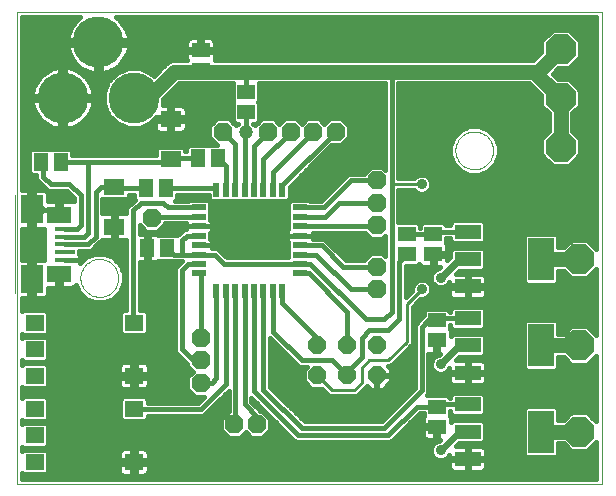
<source format=gtl>
G75*
G70*
%OFA0B0*%
%FSLAX24Y24*%
%IPPOS*%
%LPD*%
%AMOC8*
5,1,8,0,0,1.08239X$1,22.5*
%
%ADD10C,0.0000*%
%ADD11R,0.0500X0.0220*%
%ADD12R,0.0220X0.0500*%
%ADD13C,0.1700*%
%ADD14R,0.0591X0.0512*%
%ADD15R,0.0512X0.0591*%
%ADD16OC8,0.1000*%
%ADD17R,0.0880X0.0480*%
%ADD18R,0.0866X0.1417*%
%ADD19R,0.0630X0.0551*%
%ADD20R,0.0669X0.0177*%
%ADD21R,0.0827X0.0581*%
%ADD22R,0.0748X0.0935*%
%ADD23OC8,0.0600*%
%ADD24OC8,0.0630*%
%ADD25R,0.0709X0.0551*%
%ADD26C,0.0160*%
%ADD27C,0.0472*%
%ADD28C,0.0500*%
%ADD29C,0.0100*%
%ADD30C,0.0356*%
%ADD31C,0.0240*%
D10*
X002000Y000430D02*
X002000Y016176D01*
X021495Y016176D01*
X021495Y000430D01*
X002000Y000430D01*
X001929Y006796D02*
X001929Y010064D01*
X004120Y007305D02*
X004122Y007355D01*
X004128Y007405D01*
X004138Y007454D01*
X004152Y007502D01*
X004169Y007549D01*
X004190Y007594D01*
X004215Y007638D01*
X004243Y007679D01*
X004275Y007718D01*
X004309Y007755D01*
X004346Y007789D01*
X004386Y007819D01*
X004428Y007846D01*
X004472Y007870D01*
X004518Y007891D01*
X004565Y007907D01*
X004613Y007920D01*
X004663Y007929D01*
X004712Y007934D01*
X004763Y007935D01*
X004813Y007932D01*
X004862Y007925D01*
X004911Y007914D01*
X004959Y007899D01*
X005005Y007881D01*
X005050Y007859D01*
X005093Y007833D01*
X005134Y007804D01*
X005173Y007772D01*
X005209Y007737D01*
X005241Y007699D01*
X005271Y007659D01*
X005298Y007616D01*
X005321Y007572D01*
X005340Y007526D01*
X005356Y007478D01*
X005368Y007429D01*
X005376Y007380D01*
X005380Y007330D01*
X005380Y007280D01*
X005376Y007230D01*
X005368Y007181D01*
X005356Y007132D01*
X005340Y007084D01*
X005321Y007038D01*
X005298Y006994D01*
X005271Y006951D01*
X005241Y006911D01*
X005209Y006873D01*
X005173Y006838D01*
X005134Y006806D01*
X005093Y006777D01*
X005050Y006751D01*
X005005Y006729D01*
X004959Y006711D01*
X004911Y006696D01*
X004862Y006685D01*
X004813Y006678D01*
X004763Y006675D01*
X004712Y006676D01*
X004663Y006681D01*
X004613Y006690D01*
X004565Y006703D01*
X004518Y006719D01*
X004472Y006740D01*
X004428Y006764D01*
X004386Y006791D01*
X004346Y006821D01*
X004309Y006855D01*
X004275Y006892D01*
X004243Y006931D01*
X004215Y006972D01*
X004190Y007016D01*
X004169Y007061D01*
X004152Y007108D01*
X004138Y007156D01*
X004128Y007205D01*
X004122Y007255D01*
X004120Y007305D01*
X016620Y011555D02*
X016622Y011605D01*
X016628Y011655D01*
X016638Y011704D01*
X016652Y011752D01*
X016669Y011799D01*
X016690Y011844D01*
X016715Y011888D01*
X016743Y011929D01*
X016775Y011968D01*
X016809Y012005D01*
X016846Y012039D01*
X016886Y012069D01*
X016928Y012096D01*
X016972Y012120D01*
X017018Y012141D01*
X017065Y012157D01*
X017113Y012170D01*
X017163Y012179D01*
X017212Y012184D01*
X017263Y012185D01*
X017313Y012182D01*
X017362Y012175D01*
X017411Y012164D01*
X017459Y012149D01*
X017505Y012131D01*
X017550Y012109D01*
X017593Y012083D01*
X017634Y012054D01*
X017673Y012022D01*
X017709Y011987D01*
X017741Y011949D01*
X017771Y011909D01*
X017798Y011866D01*
X017821Y011822D01*
X017840Y011776D01*
X017856Y011728D01*
X017868Y011679D01*
X017876Y011630D01*
X017880Y011580D01*
X017880Y011530D01*
X017876Y011480D01*
X017868Y011431D01*
X017856Y011382D01*
X017840Y011334D01*
X017821Y011288D01*
X017798Y011244D01*
X017771Y011201D01*
X017741Y011161D01*
X017709Y011123D01*
X017673Y011088D01*
X017634Y011056D01*
X017593Y011027D01*
X017550Y011001D01*
X017505Y010979D01*
X017459Y010961D01*
X017411Y010946D01*
X017362Y010935D01*
X017313Y010928D01*
X017263Y010925D01*
X017212Y010926D01*
X017163Y010931D01*
X017113Y010940D01*
X017065Y010953D01*
X017018Y010969D01*
X016972Y010990D01*
X016928Y011014D01*
X016886Y011041D01*
X016846Y011071D01*
X016809Y011105D01*
X016775Y011142D01*
X016743Y011181D01*
X016715Y011222D01*
X016690Y011266D01*
X016669Y011311D01*
X016652Y011358D01*
X016638Y011406D01*
X016628Y011455D01*
X016622Y011505D01*
X016620Y011555D01*
D11*
X011440Y009657D03*
X011440Y009342D03*
X011440Y009027D03*
X011440Y008712D03*
X011440Y008398D03*
X011440Y008083D03*
X011440Y007768D03*
X011440Y007453D03*
X008060Y007453D03*
X008060Y007768D03*
X008060Y008083D03*
X008060Y008398D03*
X008060Y008712D03*
X008060Y009027D03*
X008060Y009342D03*
X008060Y009657D03*
D12*
X008648Y010245D03*
X008963Y010245D03*
X009278Y010245D03*
X009593Y010245D03*
X009907Y010245D03*
X010222Y010245D03*
X010537Y010245D03*
X010852Y010245D03*
X010852Y006865D03*
X010537Y006865D03*
X010222Y006865D03*
X009907Y006865D03*
X009593Y006865D03*
X009278Y006865D03*
X008963Y006865D03*
X008648Y006865D03*
D13*
X005894Y013305D03*
X003531Y013305D03*
X004713Y015155D03*
D14*
X008125Y014890D03*
X008125Y014220D03*
X009625Y013515D03*
X009625Y012845D03*
X015000Y008765D03*
X015875Y008765D03*
X015875Y008095D03*
X015000Y008095D03*
X016000Y005890D03*
X016000Y005220D03*
X016000Y003015D03*
X016000Y002345D03*
D15*
X007022Y008305D03*
X006353Y008305D03*
X006290Y010305D03*
X006960Y010305D03*
X008040Y011305D03*
X008710Y011305D03*
X003460Y011180D03*
X002790Y011180D03*
D16*
X020125Y011680D03*
X020125Y013305D03*
X020125Y014930D03*
X020750Y007930D03*
X020750Y005055D03*
X020750Y002180D03*
D17*
X017030Y002180D03*
X017030Y003090D03*
X017030Y004145D03*
X017030Y005055D03*
X017030Y005965D03*
X017030Y007020D03*
X017030Y007930D03*
X017030Y008840D03*
X017030Y001270D03*
D18*
X019470Y002180D03*
X019470Y005055D03*
X019470Y007930D03*
D19*
X005904Y005816D03*
X005904Y004044D03*
X005904Y002941D03*
X005904Y001169D03*
X002596Y001169D03*
X002596Y002055D03*
X002596Y002941D03*
X002596Y004044D03*
X002596Y004930D03*
X002596Y005816D03*
D20*
X003602Y007918D03*
X003602Y008174D03*
X003602Y008430D03*
X003602Y008686D03*
X003602Y008942D03*
D21*
X003406Y009414D03*
X003406Y007446D03*
D22*
X002500Y007269D03*
X002500Y009591D03*
D23*
X012000Y005055D03*
X013000Y005055D03*
X014000Y005055D03*
X014000Y004055D03*
X013000Y004055D03*
X012000Y004055D03*
D24*
X010000Y002430D03*
X009250Y002430D03*
X008125Y003805D03*
X008125Y004555D03*
X008125Y005305D03*
X006500Y009305D03*
X008875Y012180D03*
X010375Y012180D03*
X011125Y012180D03*
X011875Y012180D03*
X012625Y012180D03*
X014000Y010555D03*
X014000Y009805D03*
X014000Y009055D03*
X014000Y007680D03*
X014000Y006930D03*
D25*
X007125Y011261D03*
X007125Y012599D03*
X005250Y010349D03*
X005250Y009011D03*
D26*
X005308Y009069D02*
X005192Y009069D01*
X005192Y009466D01*
X004872Y009466D01*
X004845Y009459D01*
X004845Y009934D01*
X005662Y009934D01*
X005744Y010016D01*
X005744Y010085D01*
X005894Y010085D01*
X005894Y009952D01*
X005928Y009919D01*
X005784Y009775D01*
X005655Y009646D01*
X005655Y009459D01*
X005628Y009466D01*
X005308Y009466D01*
X005308Y009069D01*
X005308Y009148D02*
X005192Y009148D01*
X005192Y009306D02*
X005308Y009306D01*
X005308Y009465D02*
X005192Y009465D01*
X004865Y009465D02*
X004845Y009465D01*
X004845Y009623D02*
X005655Y009623D01*
X005655Y009465D02*
X005635Y009465D01*
X005875Y009555D02*
X005875Y005844D01*
X005904Y005816D01*
X006359Y005819D02*
X007280Y005819D01*
X007280Y005661D02*
X006359Y005661D01*
X006359Y005502D02*
X007280Y005502D01*
X007280Y005344D02*
X002971Y005344D01*
X002969Y005346D02*
X002224Y005346D01*
X002180Y005302D01*
X002180Y005444D01*
X002224Y005400D01*
X002969Y005400D01*
X003051Y005482D01*
X003051Y006149D01*
X002969Y006231D01*
X002224Y006231D01*
X002180Y006188D01*
X002180Y006621D01*
X002420Y006621D01*
X002420Y007189D01*
X002580Y007189D01*
X002580Y006621D01*
X002898Y006621D01*
X002943Y006633D01*
X002985Y006657D01*
X003018Y006691D01*
X003042Y006732D01*
X003054Y006777D01*
X003054Y006975D01*
X003340Y006975D01*
X003340Y007381D01*
X003471Y007381D01*
X003471Y006975D01*
X003843Y006975D01*
X003888Y006988D01*
X003929Y007011D01*
X003963Y007045D01*
X003974Y007063D01*
X004063Y006846D01*
X004291Y006618D01*
X004589Y006495D01*
X004911Y006495D01*
X005209Y006618D01*
X005437Y006846D01*
X005560Y007144D01*
X005560Y007466D01*
X005437Y007764D01*
X005209Y007992D01*
X004911Y008115D01*
X004589Y008115D01*
X004291Y007992D01*
X004117Y007817D01*
X004117Y007918D01*
X003602Y007918D01*
X003602Y007918D01*
X004117Y007918D01*
X004117Y008030D01*
X004105Y008076D01*
X004081Y008117D01*
X004077Y008121D01*
X004077Y008210D01*
X004466Y008210D01*
X004716Y008460D01*
X004824Y008568D01*
X004826Y008567D01*
X004872Y008555D01*
X005192Y008555D01*
X005192Y008953D01*
X005308Y008953D01*
X005308Y008555D01*
X005628Y008555D01*
X005655Y008562D01*
X005655Y006231D01*
X005531Y006231D01*
X005449Y006149D01*
X005449Y005482D01*
X005531Y005400D01*
X006276Y005400D01*
X006359Y005482D01*
X006359Y006149D01*
X006276Y006231D01*
X006095Y006231D01*
X006095Y007830D01*
X006305Y007830D01*
X006305Y008257D01*
X006401Y008257D01*
X006401Y007830D01*
X006632Y007830D01*
X006678Y007842D01*
X006719Y007866D01*
X006723Y007870D01*
X007146Y007870D01*
X007153Y007863D01*
X007496Y007863D01*
X007409Y007775D01*
X007280Y007646D01*
X007280Y004839D01*
X007655Y004464D01*
X007670Y004449D01*
X007670Y004367D01*
X007857Y004180D01*
X007670Y003993D01*
X007670Y003617D01*
X007937Y003350D01*
X008234Y003350D01*
X008034Y003150D01*
X006359Y003150D01*
X006359Y003274D01*
X006276Y003356D01*
X005531Y003356D01*
X005449Y003274D01*
X005449Y002607D01*
X005531Y002525D01*
X006276Y002525D01*
X006359Y002607D01*
X006359Y002710D01*
X008216Y002710D01*
X008345Y002839D01*
X009058Y003551D01*
X009058Y002881D01*
X008795Y002618D01*
X008795Y002242D01*
X009062Y001975D01*
X009438Y001975D01*
X009625Y002162D01*
X009812Y001975D01*
X010188Y001975D01*
X010455Y002242D01*
X010455Y002618D01*
X010188Y002885D01*
X010106Y002885D01*
X010091Y002900D01*
X009813Y003179D01*
X009813Y003306D01*
X011155Y001964D01*
X011284Y001835D01*
X014466Y001835D01*
X015426Y002795D01*
X015565Y002795D01*
X015565Y002716D01*
X015561Y002712D01*
X015537Y002671D01*
X015525Y002625D01*
X015525Y002393D01*
X015952Y002393D01*
X015952Y002297D01*
X016048Y002297D01*
X016048Y001909D01*
X016112Y001909D01*
X016075Y001873D01*
X016062Y001873D01*
X015945Y001825D01*
X015855Y001735D01*
X015807Y001618D01*
X015807Y001492D01*
X015855Y001375D01*
X015945Y001285D01*
X016062Y001237D01*
X016188Y001237D01*
X016305Y001285D01*
X016395Y001375D01*
X016410Y001412D01*
X016410Y001310D01*
X016990Y001310D01*
X016990Y001230D01*
X017070Y001230D01*
X017070Y000850D01*
X017494Y000850D01*
X017539Y000862D01*
X017580Y000886D01*
X017614Y000920D01*
X017638Y000961D01*
X017650Y001006D01*
X017650Y001230D01*
X017070Y001230D01*
X017070Y001310D01*
X017650Y001310D01*
X017650Y001534D01*
X017638Y001580D01*
X017614Y001621D01*
X017580Y001654D01*
X017539Y001678D01*
X017494Y001690D01*
X017070Y001690D01*
X017070Y001310D01*
X016990Y001310D01*
X016990Y001690D01*
X016628Y001690D01*
X016738Y001800D01*
X017528Y001800D01*
X017610Y001882D01*
X017610Y002478D01*
X017528Y002560D01*
X016532Y002560D01*
X016475Y002503D01*
X016475Y002625D01*
X016463Y002671D01*
X016439Y002712D01*
X016435Y002716D01*
X016435Y002870D01*
X016450Y002870D01*
X016450Y002792D01*
X016532Y002710D01*
X017528Y002710D01*
X017610Y002792D01*
X017610Y003388D01*
X017528Y003470D01*
X016532Y003470D01*
X016450Y003388D01*
X016450Y003310D01*
X016435Y003310D01*
X016435Y003329D01*
X016353Y003411D01*
X015667Y003411D01*
X015720Y003464D01*
X015720Y004784D01*
X015952Y004784D01*
X015952Y005172D01*
X016048Y005172D01*
X016048Y004784D01*
X016112Y004784D01*
X016075Y004748D01*
X016062Y004748D01*
X015945Y004700D01*
X015855Y004610D01*
X015807Y004493D01*
X015807Y004367D01*
X015855Y004250D01*
X015945Y004160D01*
X016062Y004112D01*
X016188Y004112D01*
X016305Y004160D01*
X016395Y004250D01*
X016410Y004287D01*
X016410Y004185D01*
X016990Y004185D01*
X016990Y004105D01*
X017070Y004105D01*
X017070Y003725D01*
X017494Y003725D01*
X017539Y003737D01*
X017580Y003761D01*
X017614Y003795D01*
X017638Y003836D01*
X017650Y003881D01*
X017650Y004105D01*
X017070Y004105D01*
X017070Y004185D01*
X017650Y004185D01*
X017650Y004409D01*
X017638Y004455D01*
X017614Y004496D01*
X017580Y004529D01*
X017539Y004553D01*
X017494Y004565D01*
X017070Y004565D01*
X017070Y004185D01*
X016990Y004185D01*
X016990Y004565D01*
X016628Y004565D01*
X016738Y004675D01*
X017528Y004675D01*
X017610Y004757D01*
X017610Y005353D01*
X017528Y005435D01*
X016532Y005435D01*
X016475Y005378D01*
X016475Y005500D01*
X016463Y005546D01*
X016439Y005587D01*
X016435Y005591D01*
X016435Y005745D01*
X016450Y005745D01*
X016450Y005667D01*
X016532Y005585D01*
X017528Y005585D01*
X017610Y005667D01*
X017610Y006263D01*
X017528Y006345D01*
X016532Y006345D01*
X016450Y006263D01*
X016450Y006185D01*
X016435Y006185D01*
X016435Y006204D01*
X016353Y006286D01*
X015647Y006286D01*
X015565Y006204D01*
X015565Y006056D01*
X015280Y005771D01*
X015280Y003646D01*
X014159Y002525D01*
X011591Y002525D01*
X010442Y003674D01*
X010442Y005301D01*
X011280Y004464D01*
X011280Y004464D01*
X011409Y004335D01*
X011658Y004335D01*
X011560Y004237D01*
X011560Y003873D01*
X011818Y003615D01*
X012171Y003615D01*
X012421Y003365D01*
X013329Y003365D01*
X013440Y003476D01*
X013670Y003706D01*
X013801Y003575D01*
X013980Y003575D01*
X013980Y004035D01*
X014020Y004035D01*
X014020Y004075D01*
X014480Y004075D01*
X014480Y004254D01*
X014369Y004365D01*
X014454Y004365D01*
X014565Y004476D01*
X015190Y005101D01*
X015190Y006351D01*
X015451Y006612D01*
X015563Y006612D01*
X015680Y006660D01*
X015770Y006750D01*
X015818Y006867D01*
X015818Y006993D01*
X015770Y007110D01*
X015680Y007200D01*
X015563Y007248D01*
X015437Y007248D01*
X015320Y007200D01*
X015230Y007110D01*
X015182Y006993D01*
X015182Y006881D01*
X014970Y006669D01*
X014970Y007699D01*
X015353Y007699D01*
X015416Y007762D01*
X015436Y007729D01*
X015469Y007695D01*
X015510Y007672D01*
X015556Y007659D01*
X015827Y007659D01*
X015827Y008047D01*
X015923Y008047D01*
X015923Y007659D01*
X016112Y007659D01*
X016075Y007623D01*
X016062Y007623D01*
X015945Y007575D01*
X015855Y007485D01*
X015807Y007368D01*
X015807Y007242D01*
X015855Y007125D01*
X015945Y007035D01*
X016062Y006987D01*
X016188Y006987D01*
X016305Y007035D01*
X016395Y007125D01*
X016410Y007162D01*
X016410Y007060D01*
X016990Y007060D01*
X016990Y006980D01*
X017070Y006980D01*
X017070Y006600D01*
X017494Y006600D01*
X017539Y006612D01*
X017580Y006636D01*
X017614Y006670D01*
X017638Y006711D01*
X017650Y006756D01*
X017650Y006980D01*
X017070Y006980D01*
X017070Y007060D01*
X017650Y007060D01*
X017650Y007284D01*
X017638Y007330D01*
X017614Y007371D01*
X017580Y007404D01*
X017539Y007428D01*
X017494Y007440D01*
X017070Y007440D01*
X017070Y007060D01*
X016990Y007060D01*
X016990Y007440D01*
X016628Y007440D01*
X016738Y007550D01*
X017528Y007550D01*
X017610Y007632D01*
X017610Y008228D01*
X017528Y008310D01*
X016532Y008310D01*
X016450Y008228D01*
X016450Y007998D01*
X016350Y007898D01*
X016350Y008047D01*
X015923Y008047D01*
X015923Y008143D01*
X016350Y008143D01*
X016350Y008375D01*
X016338Y008421D01*
X016314Y008462D01*
X016310Y008466D01*
X016310Y008620D01*
X016450Y008620D01*
X016450Y008542D01*
X016532Y008460D01*
X017528Y008460D01*
X017610Y008542D01*
X017610Y009138D01*
X017528Y009220D01*
X016532Y009220D01*
X016450Y009138D01*
X016450Y009060D01*
X016310Y009060D01*
X016310Y009079D01*
X016228Y009161D01*
X015522Y009161D01*
X015440Y009079D01*
X015440Y008985D01*
X015435Y008985D01*
X015435Y009079D01*
X015353Y009161D01*
X014720Y009161D01*
X014720Y010240D01*
X015240Y010240D01*
X015320Y010160D01*
X015437Y010112D01*
X015563Y010112D01*
X015680Y010160D01*
X015770Y010250D01*
X015818Y010367D01*
X015818Y010493D01*
X015770Y010610D01*
X015680Y010700D01*
X015563Y010748D01*
X015437Y010748D01*
X015320Y010700D01*
X015240Y010620D01*
X014720Y010620D01*
X014720Y013790D01*
X019088Y013790D01*
X019485Y013393D01*
X019485Y013040D01*
X019735Y012790D01*
X019735Y012195D01*
X019485Y011945D01*
X019485Y011415D01*
X019860Y011040D01*
X020390Y011040D01*
X020765Y011415D01*
X020765Y011945D01*
X020515Y012195D01*
X020515Y012790D01*
X020765Y013040D01*
X020765Y013570D01*
X020390Y013945D01*
X020037Y013945D01*
X019864Y014117D01*
X020037Y014290D01*
X020390Y014290D01*
X020765Y014665D01*
X020765Y015195D01*
X020390Y015570D01*
X019860Y015570D01*
X019485Y015195D01*
X019485Y014842D01*
X019213Y014570D01*
X008590Y014570D01*
X008600Y014610D01*
X008600Y014842D01*
X008173Y014842D01*
X008173Y014938D01*
X008077Y014938D01*
X008077Y015326D01*
X007806Y015326D01*
X007760Y015313D01*
X007719Y015290D01*
X007686Y015256D01*
X007662Y015215D01*
X007650Y015169D01*
X007650Y014938D01*
X008077Y014938D01*
X008077Y014842D01*
X007650Y014842D01*
X007650Y014610D01*
X007660Y014570D01*
X007172Y014570D01*
X007029Y014511D01*
X006919Y014401D01*
X006559Y014040D01*
X006454Y014144D01*
X006091Y014295D01*
X005697Y014295D01*
X005333Y014144D01*
X005054Y013866D01*
X004904Y013502D01*
X004904Y013108D01*
X005054Y012744D01*
X005333Y012466D01*
X005697Y012315D01*
X006091Y012315D01*
X006454Y012466D01*
X006646Y012657D01*
X007067Y012657D01*
X007067Y012541D01*
X007183Y012541D01*
X007183Y012144D01*
X007503Y012144D01*
X007549Y012156D01*
X007590Y012180D01*
X007623Y012213D01*
X007647Y012254D01*
X007659Y012300D01*
X007659Y012541D01*
X007183Y012541D01*
X007183Y012657D01*
X007659Y012657D01*
X007659Y012899D01*
X007647Y012944D01*
X007623Y012985D01*
X007590Y013019D01*
X007549Y013043D01*
X007503Y013055D01*
X007183Y013055D01*
X007183Y012657D01*
X007067Y012657D01*
X007067Y013055D01*
X006862Y013055D01*
X006884Y013108D01*
X006884Y013262D01*
X007412Y013790D01*
X008297Y013790D01*
X008337Y013782D01*
X008374Y013790D01*
X009190Y013790D01*
X009190Y013201D01*
X009210Y013180D01*
X009190Y013159D01*
X009190Y012531D01*
X009272Y012449D01*
X009362Y012449D01*
X009306Y012393D01*
X009306Y012393D01*
X009063Y012635D01*
X008687Y012635D01*
X008420Y012368D01*
X008420Y011992D01*
X008671Y011740D01*
X008396Y011740D01*
X008375Y011720D01*
X008354Y011740D01*
X007726Y011740D01*
X007644Y011658D01*
X007644Y011525D01*
X007619Y011525D01*
X007619Y011594D01*
X007537Y011676D01*
X006713Y011676D01*
X006631Y011594D01*
X006631Y011400D01*
X003856Y011400D01*
X003856Y011533D01*
X003774Y011615D01*
X003146Y011615D01*
X003125Y011595D01*
X003104Y011615D01*
X002476Y011615D01*
X002394Y011533D01*
X002394Y010827D01*
X002476Y010745D01*
X002655Y010745D01*
X002655Y010589D01*
X003034Y010210D01*
X003659Y010210D01*
X003905Y009964D01*
X003905Y009863D01*
X003888Y009872D01*
X003843Y009885D01*
X003471Y009885D01*
X003471Y009479D01*
X003340Y009479D01*
X003340Y009885D01*
X003054Y009885D01*
X003054Y010083D01*
X003042Y010128D01*
X003018Y010169D01*
X002985Y010203D01*
X002943Y010227D01*
X002898Y010239D01*
X002580Y010239D01*
X002580Y009671D01*
X002812Y009671D01*
X002812Y009511D01*
X002580Y009511D01*
X002580Y008944D01*
X002892Y008944D01*
X002892Y007916D01*
X002580Y007916D01*
X002580Y007349D01*
X002420Y007349D01*
X002420Y007916D01*
X002180Y007916D01*
X002180Y008944D01*
X002420Y008944D01*
X002420Y009511D01*
X002580Y009511D01*
X002580Y009671D01*
X002420Y009671D01*
X002420Y010239D01*
X002180Y010239D01*
X002180Y015996D01*
X004115Y015996D01*
X004025Y015925D01*
X003943Y015843D01*
X003871Y015752D01*
X003810Y015654D01*
X003760Y015550D01*
X003721Y015441D01*
X003696Y015328D01*
X003685Y015235D01*
X004633Y015235D01*
X004633Y015075D01*
X004793Y015075D01*
X004793Y015235D01*
X005740Y015235D01*
X005730Y015328D01*
X005704Y015441D01*
X005666Y015550D01*
X005615Y015654D01*
X005554Y015752D01*
X005482Y015843D01*
X005400Y015925D01*
X005310Y015996D01*
X021315Y015996D01*
X021315Y008270D01*
X021015Y008570D01*
X020485Y008570D01*
X020235Y008320D01*
X020043Y008320D01*
X020043Y008697D01*
X019961Y008779D01*
X018979Y008779D01*
X018897Y008697D01*
X018897Y007163D01*
X018979Y007081D01*
X019961Y007081D01*
X020043Y007163D01*
X020043Y007540D01*
X020235Y007540D01*
X020485Y007290D01*
X021015Y007290D01*
X021315Y007590D01*
X021315Y005395D01*
X021015Y005695D01*
X020485Y005695D01*
X020235Y005445D01*
X020043Y005445D01*
X020043Y005822D01*
X019961Y005904D01*
X018979Y005904D01*
X018897Y005822D01*
X018897Y004288D01*
X018979Y004206D01*
X019961Y004206D01*
X020043Y004288D01*
X020043Y004665D01*
X020235Y004665D01*
X020485Y004415D01*
X021015Y004415D01*
X021315Y004715D01*
X021315Y002520D01*
X021015Y002820D01*
X020485Y002820D01*
X020235Y002570D01*
X020043Y002570D01*
X020043Y002947D01*
X019961Y003029D01*
X018979Y003029D01*
X018897Y002947D01*
X018897Y001413D01*
X018979Y001331D01*
X019961Y001331D01*
X020043Y001413D01*
X020043Y001790D01*
X020235Y001790D01*
X020485Y001540D01*
X021015Y001540D01*
X021315Y001840D01*
X021315Y000610D01*
X002180Y000610D01*
X002180Y000797D01*
X002224Y000754D01*
X002969Y000754D01*
X003051Y000836D01*
X003051Y001503D01*
X002969Y001585D01*
X002224Y001585D01*
X002180Y001541D01*
X002180Y001683D01*
X002224Y001639D01*
X002969Y001639D01*
X003051Y001721D01*
X003051Y002389D01*
X002969Y002471D01*
X002224Y002471D01*
X002180Y002427D01*
X002180Y002569D01*
X002224Y002525D01*
X002969Y002525D01*
X003051Y002607D01*
X003051Y003274D01*
X002969Y003356D01*
X002224Y003356D01*
X002180Y003313D01*
X002180Y003672D01*
X002224Y003629D01*
X002969Y003629D01*
X003051Y003711D01*
X003051Y004378D01*
X002969Y004460D01*
X002224Y004460D01*
X002180Y004416D01*
X002180Y004558D01*
X002224Y004514D01*
X002969Y004514D01*
X003051Y004596D01*
X003051Y005264D01*
X002969Y005346D01*
X003051Y005502D02*
X005449Y005502D01*
X005449Y005661D02*
X003051Y005661D01*
X003051Y005819D02*
X005449Y005819D01*
X005449Y005978D02*
X003051Y005978D01*
X003051Y006136D02*
X005449Y006136D01*
X005655Y006295D02*
X002180Y006295D01*
X002180Y006453D02*
X005655Y006453D01*
X005655Y006612D02*
X005192Y006612D01*
X005360Y006770D02*
X005655Y006770D01*
X005655Y006929D02*
X005471Y006929D01*
X005536Y007087D02*
X005655Y007087D01*
X005655Y007246D02*
X005560Y007246D01*
X005560Y007404D02*
X005655Y007404D01*
X005655Y007563D02*
X005520Y007563D01*
X005454Y007721D02*
X005655Y007721D01*
X005655Y007880D02*
X005321Y007880D01*
X005097Y008038D02*
X005655Y008038D01*
X005655Y008197D02*
X004077Y008197D01*
X004115Y008038D02*
X004403Y008038D01*
X004179Y007880D02*
X004117Y007880D01*
X004611Y008355D02*
X005655Y008355D01*
X005655Y008514D02*
X004770Y008514D01*
X004625Y008680D02*
X004625Y010180D01*
X004794Y010349D01*
X005250Y010349D01*
X005169Y010349D01*
X005250Y010349D02*
X005294Y010305D01*
X006290Y010305D01*
X005906Y009940D02*
X005669Y009940D01*
X005790Y009782D02*
X004845Y009782D01*
X004125Y010055D02*
X004125Y009055D01*
X004012Y008942D01*
X003602Y008942D01*
X003602Y008686D02*
X004256Y008686D01*
X004375Y008805D01*
X004375Y011180D01*
X003460Y011180D01*
X003856Y011525D02*
X006631Y011525D01*
X007044Y011180D02*
X007125Y011261D01*
X007169Y011305D01*
X008040Y011305D01*
X007644Y011525D02*
X007619Y011525D01*
X007670Y011684D02*
X002180Y011684D01*
X002180Y011842D02*
X008570Y011842D01*
X008420Y012001D02*
X002180Y012001D01*
X002180Y012159D02*
X006696Y012159D01*
X006701Y012156D02*
X006747Y012144D01*
X007067Y012144D01*
X007067Y012541D01*
X006591Y012541D01*
X006591Y012300D01*
X006603Y012254D01*
X006627Y012213D01*
X006660Y012180D01*
X006701Y012156D01*
X006591Y012318D02*
X006097Y012318D01*
X006465Y012476D02*
X006591Y012476D01*
X006623Y012635D02*
X007067Y012635D01*
X007183Y012635D02*
X008686Y012635D01*
X008528Y012476D02*
X007659Y012476D01*
X007659Y012318D02*
X008420Y012318D01*
X008420Y012159D02*
X007554Y012159D01*
X007183Y012159D02*
X007067Y012159D01*
X007067Y012318D02*
X007183Y012318D01*
X007183Y012476D02*
X007067Y012476D01*
X007067Y012793D02*
X007183Y012793D01*
X007183Y012952D02*
X007067Y012952D01*
X006884Y013110D02*
X009190Y013110D01*
X009190Y012952D02*
X007643Y012952D01*
X007659Y012793D02*
X009190Y012793D01*
X009190Y012635D02*
X009064Y012635D01*
X009222Y012476D02*
X009245Y012476D01*
X008875Y012180D02*
X009278Y011777D01*
X009278Y010245D01*
X009593Y010245D02*
X009593Y012148D01*
X009625Y012180D01*
X009625Y012845D01*
X009593Y012813D01*
X010060Y012793D02*
X014280Y012793D01*
X014280Y012635D02*
X012814Y012635D01*
X012813Y012635D02*
X012437Y012635D01*
X012250Y012448D01*
X012063Y012635D01*
X011687Y012635D01*
X011500Y012448D01*
X011313Y012635D01*
X010937Y012635D01*
X010750Y012448D01*
X010563Y012635D01*
X010187Y012635D01*
X009944Y012393D01*
X009888Y012449D01*
X009978Y012449D01*
X010060Y012531D01*
X010060Y013159D01*
X010040Y013180D01*
X010060Y013201D01*
X010060Y013790D01*
X014280Y013790D01*
X014280Y010918D01*
X014188Y011010D01*
X013812Y011010D01*
X013577Y010775D01*
X013034Y010775D01*
X012905Y010646D01*
X012136Y009877D01*
X011778Y009877D01*
X011748Y009907D01*
X011132Y009907D01*
X011050Y009825D01*
X011050Y008937D01*
X011046Y008933D01*
X011022Y008892D01*
X011010Y008846D01*
X011010Y008712D01*
X011010Y008579D01*
X011022Y008533D01*
X011046Y008492D01*
X011050Y008488D01*
X011050Y007988D01*
X009004Y007988D01*
X008817Y008174D01*
X008689Y008303D01*
X008490Y008303D01*
X008490Y008398D01*
X008490Y008531D01*
X008478Y008577D01*
X008454Y008618D01*
X008450Y008622D01*
X008450Y008803D01*
X008454Y008807D01*
X008478Y008848D01*
X008490Y008894D01*
X008490Y009027D01*
X008060Y009027D01*
X008060Y009027D01*
X007630Y009027D01*
X007630Y008932D01*
X007566Y008932D01*
X007409Y008775D01*
X007355Y008721D01*
X007336Y008740D01*
X006723Y008740D01*
X006719Y008744D01*
X006678Y008768D01*
X006632Y008780D01*
X006401Y008780D01*
X006401Y008353D01*
X006305Y008353D01*
X006305Y008780D01*
X006095Y008780D01*
X006095Y009067D01*
X006312Y008850D01*
X006688Y008850D01*
X006955Y009117D01*
X006955Y009122D01*
X007630Y009122D01*
X007630Y009027D01*
X008060Y009027D01*
X008060Y009027D01*
X008490Y009027D01*
X008490Y009161D01*
X008478Y009207D01*
X008454Y009248D01*
X008450Y009252D01*
X008450Y009825D01*
X008368Y009907D01*
X007752Y009907D01*
X007722Y009877D01*
X007281Y009877D01*
X007356Y009952D01*
X007356Y010085D01*
X008398Y010085D01*
X008398Y009937D01*
X008480Y009855D01*
X011020Y009855D01*
X011102Y009937D01*
X011102Y010346D01*
X012481Y011725D01*
X012813Y011725D01*
X013080Y011992D01*
X013080Y012368D01*
X012813Y012635D01*
X012972Y012476D02*
X014280Y012476D01*
X014280Y012318D02*
X013080Y012318D01*
X013080Y012159D02*
X014280Y012159D01*
X014280Y012001D02*
X013080Y012001D01*
X012930Y011842D02*
X014280Y011842D01*
X014280Y011684D02*
X012440Y011684D01*
X012281Y011525D02*
X014280Y011525D01*
X014280Y011367D02*
X012123Y011367D01*
X011964Y011208D02*
X014280Y011208D01*
X014280Y011050D02*
X011806Y011050D01*
X011647Y010891D02*
X013693Y010891D01*
X014000Y010555D02*
X013125Y010555D01*
X012227Y009657D01*
X011440Y009657D01*
X011050Y009623D02*
X008450Y009623D01*
X008450Y009465D02*
X011050Y009465D01*
X011050Y009306D02*
X008450Y009306D01*
X008490Y009148D02*
X011050Y009148D01*
X011050Y008989D02*
X008490Y008989D01*
X008468Y008831D02*
X011010Y008831D01*
X011010Y008712D02*
X011440Y008712D01*
X011010Y008712D01*
X011010Y008672D02*
X008450Y008672D01*
X008490Y008514D02*
X011034Y008514D01*
X011050Y008355D02*
X008490Y008355D01*
X008490Y008398D02*
X008060Y008398D01*
X008490Y008398D01*
X008597Y008083D02*
X008060Y008083D01*
X007500Y008083D01*
X007500Y008555D01*
X007657Y008712D01*
X008060Y008712D01*
X008060Y008398D02*
X008060Y008398D01*
X008597Y008083D02*
X008912Y007768D01*
X011440Y007768D01*
X011787Y007768D01*
X013625Y005930D01*
X014250Y005930D01*
X014500Y006180D01*
X014500Y010430D01*
X014500Y014055D01*
X014625Y014180D01*
X009625Y014180D01*
X009625Y013515D01*
X009625Y014055D01*
X009750Y014180D01*
X010060Y013744D02*
X014280Y013744D01*
X014280Y013586D02*
X010060Y013586D01*
X010060Y013427D02*
X014280Y013427D01*
X014280Y013269D02*
X010060Y013269D01*
X010060Y013110D02*
X014280Y013110D01*
X014280Y012952D02*
X010060Y012952D01*
X010060Y012635D02*
X010186Y012635D01*
X010028Y012476D02*
X010005Y012476D01*
X009944Y012393D02*
X009944Y012393D01*
X010375Y012180D02*
X009907Y011712D01*
X009907Y010245D01*
X010222Y010245D02*
X010222Y011277D01*
X011125Y012180D01*
X010778Y012476D02*
X010722Y012476D01*
X010564Y012635D02*
X010936Y012635D01*
X011314Y012635D02*
X011686Y012635D01*
X011528Y012476D02*
X011472Y012476D01*
X011875Y012180D02*
X010537Y010842D01*
X010537Y010245D01*
X010852Y010245D02*
X010852Y010407D01*
X012625Y012180D01*
X012278Y012476D02*
X012222Y012476D01*
X012064Y012635D02*
X012436Y012635D01*
X014720Y012635D02*
X019735Y012635D01*
X019732Y012793D02*
X014720Y012793D01*
X014720Y012952D02*
X019573Y012952D01*
X019485Y013110D02*
X014720Y013110D01*
X014720Y013269D02*
X019485Y013269D01*
X019451Y013427D02*
X014720Y013427D01*
X014720Y013586D02*
X019293Y013586D01*
X019134Y013744D02*
X014720Y013744D01*
X014720Y012476D02*
X019735Y012476D01*
X019735Y012318D02*
X017526Y012318D01*
X017411Y012365D02*
X017089Y012365D01*
X016791Y012242D01*
X016563Y012014D01*
X016440Y011716D01*
X016440Y011394D01*
X016563Y011096D01*
X016791Y010868D01*
X017089Y010745D01*
X017411Y010745D01*
X017709Y010868D01*
X017937Y011096D01*
X018060Y011394D01*
X018060Y011716D01*
X017937Y012014D01*
X017709Y012242D01*
X017411Y012365D01*
X017791Y012159D02*
X019699Y012159D01*
X019540Y012001D02*
X017942Y012001D01*
X018008Y011842D02*
X019485Y011842D01*
X019485Y011684D02*
X018060Y011684D01*
X018060Y011525D02*
X019485Y011525D01*
X019533Y011367D02*
X018049Y011367D01*
X017983Y011208D02*
X019692Y011208D01*
X019850Y011050D02*
X017890Y011050D01*
X017731Y010891D02*
X021315Y010891D01*
X021315Y010733D02*
X015601Y010733D01*
X015399Y010733D02*
X014720Y010733D01*
X014720Y010891D02*
X016769Y010891D01*
X016610Y011050D02*
X014720Y011050D01*
X014720Y011208D02*
X016517Y011208D01*
X016451Y011367D02*
X014720Y011367D01*
X014720Y011525D02*
X016440Y011525D01*
X016440Y011684D02*
X014720Y011684D01*
X014720Y011842D02*
X016492Y011842D01*
X016558Y012001D02*
X014720Y012001D01*
X014720Y012159D02*
X016709Y012159D01*
X016974Y012318D02*
X014720Y012318D01*
X012991Y010733D02*
X011489Y010733D01*
X011330Y010574D02*
X012833Y010574D01*
X012674Y010416D02*
X011172Y010416D01*
X011102Y010257D02*
X012516Y010257D01*
X012357Y010099D02*
X011102Y010099D01*
X011102Y009940D02*
X012199Y009940D01*
X012750Y009805D02*
X014000Y009805D01*
X014720Y009782D02*
X021315Y009782D01*
X021315Y009940D02*
X014720Y009940D01*
X014720Y010099D02*
X021315Y010099D01*
X021315Y010257D02*
X015773Y010257D01*
X015818Y010416D02*
X021315Y010416D01*
X021315Y010574D02*
X015785Y010574D01*
X014720Y009623D02*
X021315Y009623D01*
X021315Y009465D02*
X014720Y009465D01*
X014720Y009306D02*
X021315Y009306D01*
X021315Y009148D02*
X017600Y009148D01*
X017610Y008989D02*
X021315Y008989D01*
X021315Y008831D02*
X017610Y008831D01*
X017610Y008672D02*
X018897Y008672D01*
X018897Y008514D02*
X017582Y008514D01*
X017610Y008197D02*
X018897Y008197D01*
X018897Y008355D02*
X016350Y008355D01*
X016350Y008197D02*
X016450Y008197D01*
X016450Y008038D02*
X016350Y008038D01*
X015923Y008038D02*
X015827Y008038D01*
X015827Y007880D02*
X015923Y007880D01*
X015923Y007721D02*
X015827Y007721D01*
X015933Y007563D02*
X014970Y007563D01*
X014970Y007404D02*
X015822Y007404D01*
X015807Y007246D02*
X015570Y007246D01*
X015430Y007246D02*
X014970Y007246D01*
X014970Y007087D02*
X015221Y007087D01*
X015182Y006929D02*
X014970Y006929D01*
X014970Y006770D02*
X015071Y006770D01*
X015292Y006453D02*
X021315Y006453D01*
X021315Y006295D02*
X017578Y006295D01*
X017610Y006136D02*
X021315Y006136D01*
X021315Y005978D02*
X017610Y005978D01*
X017610Y005819D02*
X018897Y005819D01*
X018897Y005661D02*
X017603Y005661D01*
X017610Y005344D02*
X018897Y005344D01*
X018897Y005502D02*
X016475Y005502D01*
X016456Y005661D02*
X016435Y005661D01*
X016680Y005990D02*
X017030Y005965D01*
X016075Y005965D01*
X016000Y005890D01*
X015710Y005890D01*
X015500Y005680D01*
X015500Y003555D01*
X014250Y002305D01*
X011500Y002305D01*
X010222Y003583D01*
X010222Y006865D01*
X010537Y006865D02*
X010537Y005518D01*
X011500Y004555D01*
X012500Y004555D01*
X013000Y004055D01*
X013000Y004180D01*
X013500Y004680D01*
X013500Y005305D01*
X013750Y005555D01*
X014375Y005555D01*
X014750Y005930D01*
X014750Y007845D01*
X015000Y008095D01*
X015375Y007721D02*
X015444Y007721D01*
X015779Y007087D02*
X015893Y007087D01*
X015818Y006929D02*
X016410Y006929D01*
X016410Y006980D02*
X016410Y006756D01*
X016422Y006711D01*
X016446Y006670D01*
X016479Y006636D01*
X016520Y006612D01*
X016566Y006600D01*
X016990Y006600D01*
X016990Y006980D01*
X016410Y006980D01*
X016410Y007087D02*
X016357Y007087D01*
X016410Y006770D02*
X015778Y006770D01*
X015450Y006612D02*
X016524Y006612D01*
X016482Y006295D02*
X015190Y006295D01*
X015190Y006136D02*
X015565Y006136D01*
X015486Y005978D02*
X015190Y005978D01*
X015190Y005819D02*
X015328Y005819D01*
X015280Y005661D02*
X015190Y005661D01*
X015190Y005502D02*
X015280Y005502D01*
X015280Y005344D02*
X015190Y005344D01*
X015190Y005185D02*
X015280Y005185D01*
X015280Y005027D02*
X015115Y005027D01*
X014957Y004868D02*
X015280Y004868D01*
X015280Y004710D02*
X014798Y004710D01*
X014640Y004551D02*
X015280Y004551D01*
X015280Y004393D02*
X014481Y004393D01*
X014480Y004234D02*
X015280Y004234D01*
X015280Y004076D02*
X014480Y004076D01*
X014480Y004035D02*
X014020Y004035D01*
X014020Y003575D01*
X014199Y003575D01*
X014480Y003856D01*
X014480Y004035D01*
X014480Y003917D02*
X015280Y003917D01*
X015280Y003759D02*
X014382Y003759D01*
X014224Y003600D02*
X015234Y003600D01*
X015075Y003442D02*
X013405Y003442D01*
X013564Y003600D02*
X013776Y003600D01*
X013980Y003600D02*
X014020Y003600D01*
X014020Y003759D02*
X013980Y003759D01*
X013980Y003917D02*
X014020Y003917D01*
X014917Y003283D02*
X010833Y003283D01*
X010675Y003442D02*
X012345Y003442D01*
X012186Y003600D02*
X010516Y003600D01*
X010442Y003759D02*
X011674Y003759D01*
X011560Y003917D02*
X010442Y003917D01*
X010442Y004076D02*
X011560Y004076D01*
X011560Y004234D02*
X010442Y004234D01*
X010442Y004393D02*
X011351Y004393D01*
X011193Y004551D02*
X010442Y004551D01*
X010442Y004710D02*
X011034Y004710D01*
X010876Y004868D02*
X010442Y004868D01*
X010442Y005027D02*
X010717Y005027D01*
X010559Y005185D02*
X010442Y005185D01*
X010852Y006453D02*
X012000Y005305D01*
X012000Y005055D01*
X013000Y005055D02*
X013000Y006180D01*
X011727Y007453D01*
X011440Y007453D01*
X010852Y006865D02*
X010852Y006453D01*
X009907Y006865D02*
X009907Y003523D01*
X011375Y002055D01*
X014375Y002055D01*
X015335Y003015D01*
X016000Y003015D01*
X016075Y003090D01*
X017030Y003090D01*
X017610Y003125D02*
X021315Y003125D01*
X021315Y003283D02*
X017610Y003283D01*
X017556Y003442D02*
X021315Y003442D01*
X021315Y003600D02*
X015720Y003600D01*
X015720Y003759D02*
X016484Y003759D01*
X016479Y003761D02*
X016520Y003737D01*
X016566Y003725D01*
X016990Y003725D01*
X016990Y004105D01*
X016410Y004105D01*
X016410Y003881D01*
X016422Y003836D01*
X016446Y003795D01*
X016479Y003761D01*
X016410Y003917D02*
X015720Y003917D01*
X015720Y004076D02*
X016410Y004076D01*
X016410Y004234D02*
X016379Y004234D01*
X015871Y004234D02*
X015720Y004234D01*
X015720Y004393D02*
X015807Y004393D01*
X015831Y004551D02*
X015720Y004551D01*
X015720Y004710D02*
X015969Y004710D01*
X015952Y004868D02*
X016048Y004868D01*
X016048Y005027D02*
X015952Y005027D01*
X016990Y004551D02*
X017070Y004551D01*
X017070Y004393D02*
X016990Y004393D01*
X016990Y004234D02*
X017070Y004234D01*
X017070Y004076D02*
X016990Y004076D01*
X016990Y003917D02*
X017070Y003917D01*
X017070Y003759D02*
X016990Y003759D01*
X017576Y003759D02*
X021315Y003759D01*
X021315Y003917D02*
X017650Y003917D01*
X017650Y004076D02*
X021315Y004076D01*
X021315Y004234D02*
X019989Y004234D01*
X020043Y004393D02*
X021315Y004393D01*
X021315Y004551D02*
X021151Y004551D01*
X021310Y004710D02*
X021315Y004710D01*
X020875Y005055D02*
X020750Y005055D01*
X021208Y005502D02*
X021315Y005502D01*
X021315Y005661D02*
X021050Y005661D01*
X021315Y005819D02*
X020043Y005819D01*
X020043Y005661D02*
X020450Y005661D01*
X020292Y005502D02*
X020043Y005502D01*
X020043Y004551D02*
X020349Y004551D01*
X018951Y004234D02*
X017650Y004234D01*
X017650Y004393D02*
X018897Y004393D01*
X018897Y004551D02*
X017543Y004551D01*
X017562Y004710D02*
X018897Y004710D01*
X018897Y004868D02*
X017610Y004868D01*
X017610Y005027D02*
X018897Y005027D01*
X018897Y005185D02*
X017610Y005185D01*
X017536Y006612D02*
X021315Y006612D01*
X021315Y006770D02*
X017650Y006770D01*
X017650Y006929D02*
X021315Y006929D01*
X021315Y007087D02*
X019967Y007087D01*
X020043Y007246D02*
X021315Y007246D01*
X021315Y007404D02*
X021129Y007404D01*
X021288Y007563D02*
X021315Y007563D01*
X021315Y008355D02*
X021230Y008355D01*
X021315Y008514D02*
X021072Y008514D01*
X021315Y008672D02*
X020043Y008672D01*
X020043Y008514D02*
X020428Y008514D01*
X020270Y008355D02*
X020043Y008355D01*
X020043Y007404D02*
X020371Y007404D01*
X018973Y007087D02*
X017650Y007087D01*
X017650Y007246D02*
X018897Y007246D01*
X018897Y007404D02*
X017581Y007404D01*
X017540Y007563D02*
X018897Y007563D01*
X018897Y007721D02*
X017610Y007721D01*
X017610Y007880D02*
X018897Y007880D01*
X018897Y008038D02*
X017610Y008038D01*
X017070Y007404D02*
X016990Y007404D01*
X016990Y007246D02*
X017070Y007246D01*
X017070Y007087D02*
X016990Y007087D01*
X016990Y006929D02*
X017070Y006929D01*
X017070Y006770D02*
X016990Y006770D01*
X016990Y006612D02*
X017070Y006612D01*
X016478Y008514D02*
X016310Y008514D01*
X016075Y008840D02*
X015875Y008765D01*
X015000Y008765D01*
X015435Y008989D02*
X015440Y008989D01*
X015509Y009148D02*
X015366Y009148D01*
X016075Y008840D02*
X017030Y008840D01*
X016460Y009148D02*
X016241Y009148D01*
X014280Y008692D02*
X014280Y008043D01*
X014188Y008135D01*
X013812Y008135D01*
X013577Y007900D01*
X012966Y007900D01*
X012249Y008618D01*
X011870Y008618D01*
X011870Y008712D01*
X011440Y008712D01*
X011440Y008712D01*
X011440Y008712D01*
X011870Y008712D01*
X011870Y008807D01*
X013604Y008807D01*
X013812Y008600D01*
X014188Y008600D01*
X014280Y008692D01*
X014280Y008672D02*
X014260Y008672D01*
X014280Y008514D02*
X012353Y008514D01*
X012511Y008355D02*
X014280Y008355D01*
X014280Y008197D02*
X012670Y008197D01*
X012828Y008038D02*
X013715Y008038D01*
X014000Y007680D02*
X012875Y007680D01*
X012157Y008398D01*
X011440Y008398D01*
X011440Y008083D02*
X011972Y008083D01*
X013125Y006930D01*
X014000Y006930D01*
X013740Y008672D02*
X011870Y008672D01*
X011440Y009027D02*
X013972Y009027D01*
X014000Y009055D01*
X012750Y009805D02*
X012287Y009342D01*
X011440Y009342D01*
X011050Y009782D02*
X008450Y009782D01*
X008398Y009940D02*
X007344Y009940D01*
X007023Y009657D02*
X006875Y009805D01*
X006125Y009805D01*
X005875Y009555D01*
X006500Y009305D02*
X006537Y009342D01*
X008060Y009342D01*
X008060Y009657D02*
X007023Y009657D01*
X006960Y010305D02*
X008588Y010305D01*
X008648Y010245D01*
X008963Y010245D02*
X008963Y011052D01*
X008710Y011305D01*
X007044Y011180D02*
X004375Y011180D01*
X003750Y010430D02*
X004125Y010055D01*
X003905Y009940D02*
X003054Y009940D01*
X003050Y010099D02*
X003770Y010099D01*
X003750Y010430D02*
X003125Y010430D01*
X002875Y010680D01*
X002875Y011095D01*
X002790Y011180D01*
X002394Y011208D02*
X002180Y011208D01*
X002180Y011050D02*
X002394Y011050D01*
X002394Y010891D02*
X002180Y010891D01*
X002180Y010733D02*
X002655Y010733D01*
X002670Y010574D02*
X002180Y010574D01*
X002180Y010416D02*
X002828Y010416D01*
X002987Y010257D02*
X002180Y010257D01*
X002420Y010099D02*
X002580Y010099D01*
X002580Y009940D02*
X002420Y009940D01*
X002420Y009782D02*
X002580Y009782D01*
X002677Y009664D02*
X002500Y009591D01*
X002580Y009623D02*
X002812Y009623D01*
X002677Y009664D02*
X003406Y009414D01*
X003471Y009623D02*
X003340Y009623D01*
X003340Y009782D02*
X003471Y009782D01*
X002580Y009465D02*
X002420Y009465D01*
X002420Y009306D02*
X002580Y009306D01*
X002580Y009148D02*
X002420Y009148D01*
X002420Y008989D02*
X002580Y008989D01*
X002892Y008831D02*
X002180Y008831D01*
X002180Y008672D02*
X002892Y008672D01*
X002892Y008514D02*
X002180Y008514D01*
X002180Y008355D02*
X002892Y008355D01*
X002892Y008197D02*
X002180Y008197D01*
X002180Y008038D02*
X002892Y008038D01*
X002580Y007880D02*
X002420Y007880D01*
X002420Y007721D02*
X002580Y007721D01*
X002580Y007563D02*
X002420Y007563D01*
X002420Y007404D02*
X002580Y007404D01*
X002580Y007087D02*
X002420Y007087D01*
X002420Y006929D02*
X002580Y006929D01*
X002580Y006770D02*
X002420Y006770D01*
X002180Y006612D02*
X004308Y006612D01*
X004140Y006770D02*
X003052Y006770D01*
X003054Y006929D02*
X004029Y006929D01*
X003471Y007087D02*
X003340Y007087D01*
X003340Y007246D02*
X003471Y007246D01*
X003602Y008430D02*
X004375Y008430D01*
X004625Y008680D01*
X005192Y008672D02*
X005308Y008672D01*
X005308Y008831D02*
X005192Y008831D01*
X006095Y008831D02*
X007464Y008831D01*
X007630Y008989D02*
X006827Y008989D01*
X006401Y008672D02*
X006305Y008672D01*
X006305Y008514D02*
X006401Y008514D01*
X006401Y008355D02*
X006305Y008355D01*
X006305Y008197D02*
X006401Y008197D01*
X006401Y008038D02*
X006305Y008038D01*
X006305Y007880D02*
X006401Y007880D01*
X006095Y007721D02*
X007355Y007721D01*
X007280Y007563D02*
X006095Y007563D01*
X006095Y007404D02*
X007280Y007404D01*
X007280Y007246D02*
X006095Y007246D01*
X006095Y007087D02*
X007280Y007087D01*
X007280Y006929D02*
X006095Y006929D01*
X006095Y006770D02*
X007280Y006770D01*
X007280Y006612D02*
X006095Y006612D01*
X006095Y006453D02*
X007280Y006453D01*
X007280Y006295D02*
X006095Y006295D01*
X006359Y006136D02*
X007280Y006136D01*
X007280Y005978D02*
X006359Y005978D01*
X007280Y005185D02*
X003051Y005185D01*
X003051Y005027D02*
X007280Y005027D01*
X007280Y004868D02*
X003051Y004868D01*
X003051Y004710D02*
X007409Y004710D01*
X007568Y004551D02*
X003006Y004551D01*
X003037Y004393D02*
X005423Y004393D01*
X005421Y004389D02*
X005409Y004343D01*
X005409Y004102D01*
X005846Y004102D01*
X005846Y004500D01*
X005565Y004500D01*
X005519Y004487D01*
X005478Y004464D01*
X005445Y004430D01*
X005421Y004389D01*
X005409Y004234D02*
X003051Y004234D01*
X003051Y004076D02*
X005846Y004076D01*
X005846Y004102D02*
X005846Y003986D01*
X005961Y003986D01*
X005961Y003589D01*
X006242Y003589D01*
X006288Y003601D01*
X006329Y003625D01*
X006363Y003658D01*
X006386Y003699D01*
X006399Y003745D01*
X006399Y003986D01*
X005961Y003986D01*
X005961Y004102D01*
X005846Y004102D01*
X005961Y004102D02*
X005961Y004500D01*
X006242Y004500D01*
X006288Y004487D01*
X006329Y004464D01*
X006363Y004430D01*
X006386Y004389D01*
X006399Y004343D01*
X006399Y004102D01*
X005961Y004102D01*
X005961Y004076D02*
X007752Y004076D01*
X007803Y004234D02*
X006399Y004234D01*
X006384Y004393D02*
X007670Y004393D01*
X007875Y004555D02*
X008125Y004555D01*
X007875Y004555D02*
X007500Y004930D01*
X007500Y007555D01*
X007713Y007768D01*
X008060Y007768D01*
X008060Y007453D02*
X008125Y007388D01*
X008125Y005305D01*
X008648Y003953D02*
X008500Y003805D01*
X008125Y003805D01*
X007670Y003759D02*
X006399Y003759D01*
X006399Y003917D02*
X007670Y003917D01*
X007687Y003600D02*
X006285Y003600D01*
X005961Y003600D02*
X005846Y003600D01*
X005846Y003589D02*
X005565Y003589D01*
X005519Y003601D01*
X005478Y003625D01*
X005445Y003658D01*
X005421Y003699D01*
X005409Y003745D01*
X005409Y003986D01*
X005846Y003986D01*
X005846Y003589D01*
X005846Y003759D02*
X005961Y003759D01*
X005961Y003917D02*
X005846Y003917D01*
X005846Y004234D02*
X005961Y004234D01*
X005961Y004393D02*
X005846Y004393D01*
X005409Y003917D02*
X003051Y003917D01*
X003051Y003759D02*
X005409Y003759D01*
X005522Y003600D02*
X002180Y003600D01*
X002180Y003442D02*
X007845Y003442D01*
X008167Y003283D02*
X006350Y003283D01*
X005914Y002930D02*
X005904Y002941D01*
X005914Y002930D02*
X008125Y002930D01*
X008963Y003768D01*
X008963Y006865D01*
X008648Y006865D02*
X008648Y003953D01*
X008948Y003442D02*
X009058Y003442D01*
X009058Y003283D02*
X008789Y003283D01*
X008631Y003125D02*
X009058Y003125D01*
X009058Y002966D02*
X008472Y002966D01*
X008314Y002808D02*
X008984Y002808D01*
X008826Y002649D02*
X006359Y002649D01*
X005449Y002649D02*
X003051Y002649D01*
X003051Y002808D02*
X005449Y002808D01*
X005449Y002966D02*
X003051Y002966D01*
X003051Y003125D02*
X005449Y003125D01*
X005457Y003283D02*
X003043Y003283D01*
X002180Y002491D02*
X008795Y002491D01*
X008795Y002332D02*
X003051Y002332D01*
X003051Y002174D02*
X008863Y002174D01*
X009022Y002015D02*
X003051Y002015D01*
X003051Y001857D02*
X011262Y001857D01*
X011104Y002015D02*
X010228Y002015D01*
X010387Y002174D02*
X010945Y002174D01*
X010787Y002332D02*
X010455Y002332D01*
X010455Y002491D02*
X010628Y002491D01*
X010470Y002649D02*
X010424Y002649D01*
X010311Y002808D02*
X010266Y002808D01*
X010153Y002966D02*
X010025Y002966D01*
X009994Y003125D02*
X009867Y003125D01*
X009836Y003283D02*
X009813Y003283D01*
X009593Y003087D02*
X010000Y002680D01*
X010000Y002430D01*
X009772Y002015D02*
X009478Y002015D01*
X009250Y002430D02*
X009278Y002458D01*
X009278Y006865D01*
X009593Y006865D02*
X009593Y003087D01*
X010992Y003125D02*
X014758Y003125D01*
X014600Y002966D02*
X011150Y002966D01*
X011309Y002808D02*
X014441Y002808D01*
X014283Y002649D02*
X011467Y002649D01*
X014488Y001857D02*
X016022Y001857D01*
X015952Y001909D02*
X015952Y002297D01*
X015525Y002297D01*
X015525Y002066D01*
X015537Y002020D01*
X015561Y001979D01*
X015594Y001945D01*
X015635Y001922D01*
X015681Y001909D01*
X015952Y001909D01*
X015952Y002015D02*
X016048Y002015D01*
X016048Y002174D02*
X015952Y002174D01*
X015952Y002332D02*
X014963Y002332D01*
X014805Y002174D02*
X015525Y002174D01*
X015540Y002015D02*
X014646Y002015D01*
X015122Y002491D02*
X015525Y002491D01*
X015531Y002649D02*
X015280Y002649D01*
X015698Y003442D02*
X016504Y003442D01*
X016450Y002808D02*
X016435Y002808D01*
X016469Y002649D02*
X018897Y002649D01*
X018897Y002491D02*
X017597Y002491D01*
X017610Y002332D02*
X018897Y002332D01*
X018897Y002174D02*
X017610Y002174D01*
X017610Y002015D02*
X018897Y002015D01*
X018897Y001857D02*
X017584Y001857D01*
X017648Y001540D02*
X018897Y001540D01*
X018897Y001698D02*
X016636Y001698D01*
X016990Y001540D02*
X017070Y001540D01*
X017070Y001381D02*
X016990Y001381D01*
X016990Y001230D02*
X016410Y001230D01*
X016410Y001006D01*
X016422Y000961D01*
X016446Y000920D01*
X016479Y000886D01*
X016520Y000862D01*
X016566Y000850D01*
X016990Y000850D01*
X016990Y001230D01*
X016990Y001223D02*
X017070Y001223D01*
X017070Y001064D02*
X016990Y001064D01*
X016990Y000906D02*
X017070Y000906D01*
X017600Y000906D02*
X021315Y000906D01*
X021315Y001064D02*
X017650Y001064D01*
X017650Y001223D02*
X021315Y001223D01*
X021315Y001381D02*
X020011Y001381D01*
X020043Y001540D02*
X021315Y001540D01*
X021315Y001698D02*
X021173Y001698D01*
X020327Y001698D02*
X020043Y001698D01*
X020043Y002649D02*
X020314Y002649D01*
X020472Y002808D02*
X020043Y002808D01*
X020024Y002966D02*
X021315Y002966D01*
X021315Y002808D02*
X021028Y002808D01*
X021186Y002649D02*
X021315Y002649D01*
X021315Y000747D02*
X006325Y000747D01*
X006329Y000750D02*
X006363Y000783D01*
X006386Y000824D01*
X006399Y000870D01*
X006399Y001111D01*
X005961Y001111D01*
X005961Y000714D01*
X006242Y000714D01*
X006288Y000726D01*
X006329Y000750D01*
X006399Y000906D02*
X016460Y000906D01*
X016410Y001064D02*
X006399Y001064D01*
X006399Y001227D02*
X006399Y001468D01*
X006386Y001514D01*
X006363Y001555D01*
X006329Y001589D01*
X006288Y001612D01*
X006242Y001625D01*
X005961Y001625D01*
X005961Y001227D01*
X005846Y001227D01*
X005846Y001625D01*
X005565Y001625D01*
X005519Y001612D01*
X005478Y001589D01*
X005445Y001555D01*
X005421Y001514D01*
X005409Y001468D01*
X005409Y001227D01*
X005846Y001227D01*
X005846Y001111D01*
X005961Y001111D01*
X005961Y001227D01*
X006399Y001227D01*
X006399Y001381D02*
X015853Y001381D01*
X015807Y001540D02*
X006372Y001540D01*
X005961Y001540D02*
X005846Y001540D01*
X005846Y001381D02*
X005961Y001381D01*
X005961Y001223D02*
X016410Y001223D01*
X016397Y001381D02*
X016410Y001381D01*
X015840Y001698D02*
X003028Y001698D01*
X003015Y001540D02*
X005435Y001540D01*
X005409Y001381D02*
X003051Y001381D01*
X003051Y001223D02*
X005846Y001223D01*
X005846Y001111D02*
X005409Y001111D01*
X005409Y000870D01*
X005421Y000824D01*
X005445Y000783D01*
X005478Y000750D01*
X005519Y000726D01*
X005565Y000714D01*
X005846Y000714D01*
X005846Y001111D01*
X005846Y001064D02*
X005961Y001064D01*
X005961Y000906D02*
X005846Y000906D01*
X005846Y000747D02*
X005961Y000747D01*
X005482Y000747D02*
X002180Y000747D01*
X003051Y000906D02*
X005409Y000906D01*
X005409Y001064D02*
X003051Y001064D01*
X002187Y004551D02*
X002180Y004551D01*
X002180Y005344D02*
X002221Y005344D01*
X007022Y008305D02*
X007245Y008083D01*
X007500Y008083D01*
X008795Y008197D02*
X011050Y008197D01*
X011050Y008038D02*
X008953Y008038D01*
X006173Y008989D02*
X006095Y008989D01*
X002394Y011367D02*
X002180Y011367D01*
X002180Y011525D02*
X002394Y011525D01*
X002180Y012318D02*
X003235Y012318D01*
X003246Y012314D02*
X003359Y012288D01*
X003451Y012277D01*
X003451Y013225D01*
X002504Y013225D01*
X002514Y013132D01*
X002540Y013019D01*
X002578Y012910D01*
X002629Y012806D01*
X002690Y012708D01*
X002762Y012618D01*
X002844Y012536D01*
X002935Y012464D01*
X003032Y012402D01*
X003137Y012352D01*
X003246Y012314D01*
X003451Y012318D02*
X003611Y012318D01*
X003611Y012277D02*
X003704Y012288D01*
X003817Y012314D01*
X003926Y012352D01*
X004031Y012402D01*
X004128Y012464D01*
X004219Y012536D01*
X004301Y012618D01*
X004373Y012708D01*
X004434Y012806D01*
X004485Y012910D01*
X004523Y013019D01*
X004549Y013132D01*
X004559Y013225D01*
X003612Y013225D01*
X003612Y013385D01*
X004559Y013385D01*
X004549Y013478D01*
X004523Y013591D01*
X004485Y013700D01*
X004434Y013804D01*
X004373Y013902D01*
X004301Y013992D01*
X004219Y014074D01*
X004128Y014146D01*
X004031Y014208D01*
X003926Y014258D01*
X003817Y014296D01*
X003704Y014322D01*
X003611Y014333D01*
X003611Y013385D01*
X003451Y013385D01*
X003451Y013225D01*
X003611Y013225D01*
X003611Y012277D01*
X003611Y012476D02*
X003451Y012476D01*
X003451Y012635D02*
X003611Y012635D01*
X003611Y012793D02*
X003451Y012793D01*
X003451Y012952D02*
X003611Y012952D01*
X003611Y013110D02*
X003451Y013110D01*
X003451Y013269D02*
X002180Y013269D01*
X002180Y013427D02*
X002509Y013427D01*
X002504Y013385D02*
X002514Y013478D01*
X002540Y013591D01*
X002578Y013700D01*
X002629Y013804D01*
X002690Y013902D01*
X002762Y013992D01*
X002844Y014074D01*
X002935Y014146D01*
X003032Y014208D01*
X003137Y014258D01*
X003246Y014296D01*
X003359Y014322D01*
X003451Y014333D01*
X003451Y013385D01*
X002504Y013385D01*
X002520Y013110D02*
X002180Y013110D01*
X002180Y012952D02*
X002564Y012952D01*
X002637Y012793D02*
X002180Y012793D01*
X002180Y012635D02*
X002749Y012635D01*
X002919Y012476D02*
X002180Y012476D01*
X003451Y013427D02*
X003611Y013427D01*
X003612Y013269D02*
X004904Y013269D01*
X004904Y013427D02*
X004554Y013427D01*
X004524Y013586D02*
X004938Y013586D01*
X005004Y013744D02*
X004463Y013744D01*
X004372Y013903D02*
X005091Y013903D01*
X005250Y014061D02*
X004232Y014061D01*
X004318Y014202D02*
X004427Y014164D01*
X004540Y014138D01*
X004633Y014128D01*
X004633Y015075D01*
X003685Y015075D01*
X003696Y014983D01*
X003721Y014870D01*
X003760Y014761D01*
X003810Y014656D01*
X003871Y014558D01*
X003943Y014468D01*
X004025Y014386D01*
X004116Y014314D01*
X004214Y014252D01*
X004318Y014202D01*
X004282Y014220D02*
X004006Y014220D01*
X004035Y014378D02*
X002180Y014378D01*
X002180Y014220D02*
X003057Y014220D01*
X002831Y014061D02*
X002180Y014061D01*
X002180Y013903D02*
X002691Y013903D01*
X002600Y013744D02*
X002180Y013744D01*
X002180Y013586D02*
X002539Y013586D01*
X003451Y013586D02*
X003611Y013586D01*
X003611Y013744D02*
X003451Y013744D01*
X003451Y013903D02*
X003611Y013903D01*
X003611Y014061D02*
X003451Y014061D01*
X003451Y014220D02*
X003611Y014220D01*
X003889Y014537D02*
X002180Y014537D01*
X002180Y014695D02*
X003791Y014695D01*
X003727Y014854D02*
X002180Y014854D01*
X002180Y015012D02*
X003692Y015012D01*
X003696Y015329D02*
X002180Y015329D01*
X002180Y015171D02*
X004633Y015171D01*
X004633Y015012D02*
X004793Y015012D01*
X004793Y015075D02*
X004793Y014128D01*
X004885Y014138D01*
X004998Y014164D01*
X005107Y014202D01*
X005212Y014252D01*
X005310Y014314D01*
X005400Y014386D01*
X005482Y014468D01*
X005554Y014558D01*
X005615Y014656D01*
X005666Y014761D01*
X005704Y014870D01*
X005730Y014983D01*
X005740Y015075D01*
X004793Y015075D01*
X004793Y015171D02*
X007650Y015171D01*
X007650Y015012D02*
X005733Y015012D01*
X005698Y014854D02*
X008077Y014854D01*
X008173Y014854D02*
X019485Y014854D01*
X019485Y015012D02*
X008600Y015012D01*
X008600Y014938D02*
X008600Y015169D01*
X008588Y015215D01*
X008564Y015256D01*
X008531Y015290D01*
X008490Y015313D01*
X008444Y015326D01*
X008173Y015326D01*
X008173Y014938D01*
X008600Y014938D01*
X008600Y015171D02*
X019485Y015171D01*
X019619Y015329D02*
X005729Y015329D01*
X005688Y015488D02*
X019777Y015488D01*
X020473Y015488D02*
X021315Y015488D01*
X021315Y015646D02*
X005620Y015646D01*
X005512Y015805D02*
X021315Y015805D01*
X021315Y015963D02*
X005352Y015963D01*
X004073Y015963D02*
X002180Y015963D01*
X002180Y015805D02*
X003913Y015805D01*
X003806Y015646D02*
X002180Y015646D01*
X002180Y015488D02*
X003738Y015488D01*
X004633Y014854D02*
X004793Y014854D01*
X004793Y014695D02*
X004633Y014695D01*
X004633Y014537D02*
X004793Y014537D01*
X004793Y014378D02*
X004633Y014378D01*
X004633Y014220D02*
X004793Y014220D01*
X005143Y014220D02*
X005515Y014220D01*
X005390Y014378D02*
X006896Y014378D01*
X006738Y014220D02*
X006273Y014220D01*
X006538Y014061D02*
X006579Y014061D01*
X007092Y014537D02*
X005536Y014537D01*
X005634Y014695D02*
X007650Y014695D01*
X008077Y015012D02*
X008173Y015012D01*
X008173Y015171D02*
X008077Y015171D01*
X008600Y014695D02*
X019338Y014695D01*
X019966Y014220D02*
X021315Y014220D01*
X021315Y014378D02*
X020478Y014378D01*
X020637Y014537D02*
X021315Y014537D01*
X021315Y014695D02*
X020765Y014695D01*
X020765Y014854D02*
X021315Y014854D01*
X021315Y015012D02*
X020765Y015012D01*
X020765Y015171D02*
X021315Y015171D01*
X021315Y015329D02*
X020631Y015329D01*
X021315Y014061D02*
X019921Y014061D01*
X020433Y013903D02*
X021315Y013903D01*
X021315Y013744D02*
X020591Y013744D01*
X020750Y013586D02*
X021315Y013586D01*
X021315Y013427D02*
X020765Y013427D01*
X020765Y013269D02*
X021315Y013269D01*
X021315Y013110D02*
X020765Y013110D01*
X020677Y012952D02*
X021315Y012952D01*
X021315Y012793D02*
X020518Y012793D01*
X020515Y012635D02*
X021315Y012635D01*
X021315Y012476D02*
X020515Y012476D01*
X020515Y012318D02*
X021315Y012318D01*
X021315Y012159D02*
X020551Y012159D01*
X020710Y012001D02*
X021315Y012001D01*
X021315Y011842D02*
X020765Y011842D01*
X020765Y011684D02*
X021315Y011684D01*
X021315Y011525D02*
X020765Y011525D01*
X020717Y011367D02*
X021315Y011367D01*
X021315Y011208D02*
X020558Y011208D01*
X020400Y011050D02*
X021315Y011050D01*
X018916Y002966D02*
X017610Y002966D01*
X017610Y002808D02*
X018897Y002808D01*
X018929Y001381D02*
X017650Y001381D01*
X005691Y012318D02*
X003828Y012318D01*
X004144Y012476D02*
X005323Y012476D01*
X005164Y012635D02*
X004314Y012635D01*
X004426Y012793D02*
X005034Y012793D01*
X004969Y012952D02*
X004499Y012952D01*
X004543Y013110D02*
X004904Y013110D01*
X006890Y013269D02*
X009190Y013269D01*
X009190Y013427D02*
X007049Y013427D01*
X007207Y013586D02*
X009190Y013586D01*
X009190Y013744D02*
X007366Y013744D01*
X008125Y014220D02*
X008210Y014220D01*
D27*
X009625Y012180D03*
X013375Y013430D03*
X013375Y014930D03*
D28*
X014625Y014180D02*
X019250Y014180D01*
X019375Y014180D01*
X020125Y014930D01*
X019250Y014180D02*
X020125Y013305D01*
X020125Y011680D01*
X020750Y007930D02*
X019470Y007930D01*
X019470Y005055D02*
X020750Y005055D01*
X020750Y002180D02*
X019470Y002180D01*
X007250Y014180D02*
X006375Y013305D01*
X005894Y013305D01*
X007250Y014180D02*
X008335Y014180D01*
X008125Y014220D01*
X008335Y014180D02*
X009625Y014180D01*
X009750Y014180D01*
X014625Y014180D01*
D29*
X014500Y010430D02*
X015500Y010430D01*
X015500Y006930D02*
X015000Y006430D01*
X015000Y005180D01*
X014375Y004555D01*
X013750Y004555D01*
X013500Y004305D01*
X013500Y003805D01*
X013250Y003555D01*
X012500Y003555D01*
X012000Y004055D01*
D30*
X015500Y006930D03*
X016125Y007305D03*
X016125Y004430D03*
X016125Y001555D03*
X015500Y010430D03*
D31*
X016750Y007930D02*
X016125Y007305D01*
X016750Y007930D02*
X017030Y007930D01*
X017030Y005055D02*
X016750Y005055D01*
X016125Y004430D01*
X016750Y002180D02*
X016125Y001555D01*
X016750Y002180D02*
X017030Y002180D01*
M02*

</source>
